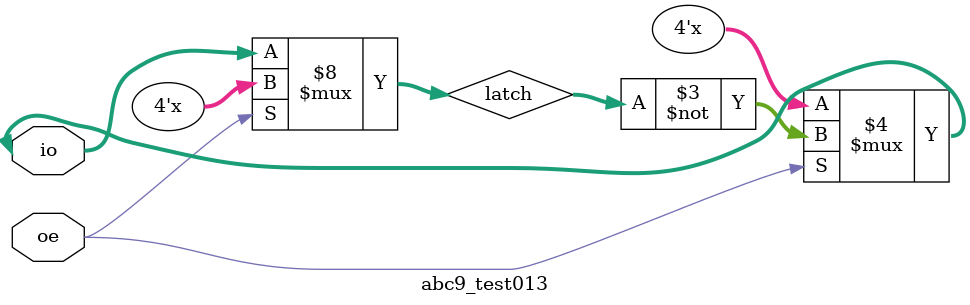
<source format=v>
module abc9_test013(inout [3:0] io, input oe);
reg [3:0] latch;
always @(io or oe)
    if (!oe)
        latch[3:0] <= io[3:0];
    else
        latch[7:4] <= io;
assign io[3:0] = oe ? ~latch[3:0] : 4'bz;
assign io[7:4] = !oe ? {latch[4], latch[7:3]} : 4'bz;
endmodule
</source>
